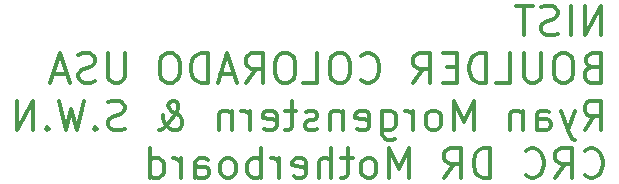
<source format=gbr>
%TF.GenerationSoftware,KiCad,Pcbnew,8.0.4*%
%TF.CreationDate,2025-04-25T16:11:04-06:00*%
%TF.ProjectId,motherboard_v1,6d6f7468-6572-4626-9f61-72645f76312e,rev?*%
%TF.SameCoordinates,Original*%
%TF.FileFunction,Legend,Bot*%
%TF.FilePolarity,Positive*%
%FSLAX46Y46*%
G04 Gerber Fmt 4.6, Leading zero omitted, Abs format (unit mm)*
G04 Created by KiCad (PCBNEW 8.0.4) date 2025-04-25 16:11:04*
%MOMM*%
%LPD*%
G01*
G04 APERTURE LIST*
G04 Aperture macros list*
%AMRoundRect*
0 Rectangle with rounded corners*
0 $1 Rounding radius*
0 $2 $3 $4 $5 $6 $7 $8 $9 X,Y pos of 4 corners*
0 Add a 4 corners polygon primitive as box body*
4,1,4,$2,$3,$4,$5,$6,$7,$8,$9,$2,$3,0*
0 Add four circle primitives for the rounded corners*
1,1,$1+$1,$2,$3*
1,1,$1+$1,$4,$5*
1,1,$1+$1,$6,$7*
1,1,$1+$1,$8,$9*
0 Add four rect primitives between the rounded corners*
20,1,$1+$1,$2,$3,$4,$5,0*
20,1,$1+$1,$4,$5,$6,$7,0*
20,1,$1+$1,$6,$7,$8,$9,0*
20,1,$1+$1,$8,$9,$2,$3,0*%
G04 Aperture macros list end*
%ADD10C,0.300000*%
%ADD11O,5.600000X6.600000*%
%ADD12C,2.000000*%
%ADD13C,1.700000*%
%ADD14C,1.000000*%
%ADD15RoundRect,0.250000X0.625000X-0.350000X0.625000X0.350000X-0.625000X0.350000X-0.625000X-0.350000X0*%
%ADD16O,1.750000X1.200000*%
%ADD17RoundRect,0.250000X-0.350000X-0.625000X0.350000X-0.625000X0.350000X0.625000X-0.350000X0.625000X0*%
%ADD18O,1.200000X1.750000*%
%ADD19C,1.350000*%
%ADD20R,1.800000X1.800000*%
%ADD21C,1.800000*%
%ADD22R,1.700000X1.700000*%
%ADD23O,1.700000X1.700000*%
%ADD24C,2.600000*%
%ADD25C,2.500000*%
%ADD26O,1.200000X3.800000*%
%ADD27O,1.200000X2.500000*%
%ADD28C,5.600000*%
%ADD29C,3.000000*%
%ADD30C,6.000000*%
G04 APERTURE END LIST*
D10*
X262207393Y-273603867D02*
X262207393Y-271103867D01*
X262207393Y-271103867D02*
X260778822Y-273603867D01*
X260778822Y-273603867D02*
X260778822Y-271103867D01*
X259588345Y-273603867D02*
X259588345Y-271103867D01*
X258516917Y-273484820D02*
X258159774Y-273603867D01*
X258159774Y-273603867D02*
X257564536Y-273603867D01*
X257564536Y-273603867D02*
X257326441Y-273484820D01*
X257326441Y-273484820D02*
X257207393Y-273365772D01*
X257207393Y-273365772D02*
X257088346Y-273127677D01*
X257088346Y-273127677D02*
X257088346Y-272889581D01*
X257088346Y-272889581D02*
X257207393Y-272651486D01*
X257207393Y-272651486D02*
X257326441Y-272532439D01*
X257326441Y-272532439D02*
X257564536Y-272413391D01*
X257564536Y-272413391D02*
X258040727Y-272294343D01*
X258040727Y-272294343D02*
X258278822Y-272175296D01*
X258278822Y-272175296D02*
X258397869Y-272056248D01*
X258397869Y-272056248D02*
X258516917Y-271818153D01*
X258516917Y-271818153D02*
X258516917Y-271580058D01*
X258516917Y-271580058D02*
X258397869Y-271341962D01*
X258397869Y-271341962D02*
X258278822Y-271222915D01*
X258278822Y-271222915D02*
X258040727Y-271103867D01*
X258040727Y-271103867D02*
X257445488Y-271103867D01*
X257445488Y-271103867D02*
X257088346Y-271222915D01*
X256374060Y-271103867D02*
X254945489Y-271103867D01*
X255659775Y-273603867D02*
X255659775Y-271103867D01*
X261374060Y-276319203D02*
X261016917Y-276438251D01*
X261016917Y-276438251D02*
X260897870Y-276557299D01*
X260897870Y-276557299D02*
X260778822Y-276795394D01*
X260778822Y-276795394D02*
X260778822Y-277152537D01*
X260778822Y-277152537D02*
X260897870Y-277390632D01*
X260897870Y-277390632D02*
X261016917Y-277509680D01*
X261016917Y-277509680D02*
X261255012Y-277628727D01*
X261255012Y-277628727D02*
X262207393Y-277628727D01*
X262207393Y-277628727D02*
X262207393Y-275128727D01*
X262207393Y-275128727D02*
X261374060Y-275128727D01*
X261374060Y-275128727D02*
X261135965Y-275247775D01*
X261135965Y-275247775D02*
X261016917Y-275366822D01*
X261016917Y-275366822D02*
X260897870Y-275604918D01*
X260897870Y-275604918D02*
X260897870Y-275843013D01*
X260897870Y-275843013D02*
X261016917Y-276081108D01*
X261016917Y-276081108D02*
X261135965Y-276200156D01*
X261135965Y-276200156D02*
X261374060Y-276319203D01*
X261374060Y-276319203D02*
X262207393Y-276319203D01*
X259231203Y-275128727D02*
X258755012Y-275128727D01*
X258755012Y-275128727D02*
X258516917Y-275247775D01*
X258516917Y-275247775D02*
X258278822Y-275485870D01*
X258278822Y-275485870D02*
X258159774Y-275962060D01*
X258159774Y-275962060D02*
X258159774Y-276795394D01*
X258159774Y-276795394D02*
X258278822Y-277271584D01*
X258278822Y-277271584D02*
X258516917Y-277509680D01*
X258516917Y-277509680D02*
X258755012Y-277628727D01*
X258755012Y-277628727D02*
X259231203Y-277628727D01*
X259231203Y-277628727D02*
X259469298Y-277509680D01*
X259469298Y-277509680D02*
X259707393Y-277271584D01*
X259707393Y-277271584D02*
X259826441Y-276795394D01*
X259826441Y-276795394D02*
X259826441Y-275962060D01*
X259826441Y-275962060D02*
X259707393Y-275485870D01*
X259707393Y-275485870D02*
X259469298Y-275247775D01*
X259469298Y-275247775D02*
X259231203Y-275128727D01*
X257088345Y-275128727D02*
X257088345Y-277152537D01*
X257088345Y-277152537D02*
X256969298Y-277390632D01*
X256969298Y-277390632D02*
X256850250Y-277509680D01*
X256850250Y-277509680D02*
X256612155Y-277628727D01*
X256612155Y-277628727D02*
X256135964Y-277628727D01*
X256135964Y-277628727D02*
X255897869Y-277509680D01*
X255897869Y-277509680D02*
X255778822Y-277390632D01*
X255778822Y-277390632D02*
X255659774Y-277152537D01*
X255659774Y-277152537D02*
X255659774Y-275128727D01*
X253278821Y-277628727D02*
X254469297Y-277628727D01*
X254469297Y-277628727D02*
X254469297Y-275128727D01*
X252445487Y-277628727D02*
X252445487Y-275128727D01*
X252445487Y-275128727D02*
X251850249Y-275128727D01*
X251850249Y-275128727D02*
X251493106Y-275247775D01*
X251493106Y-275247775D02*
X251255011Y-275485870D01*
X251255011Y-275485870D02*
X251135964Y-275723965D01*
X251135964Y-275723965D02*
X251016916Y-276200156D01*
X251016916Y-276200156D02*
X251016916Y-276557299D01*
X251016916Y-276557299D02*
X251135964Y-277033489D01*
X251135964Y-277033489D02*
X251255011Y-277271584D01*
X251255011Y-277271584D02*
X251493106Y-277509680D01*
X251493106Y-277509680D02*
X251850249Y-277628727D01*
X251850249Y-277628727D02*
X252445487Y-277628727D01*
X249945487Y-276319203D02*
X249112154Y-276319203D01*
X248755011Y-277628727D02*
X249945487Y-277628727D01*
X249945487Y-277628727D02*
X249945487Y-275128727D01*
X249945487Y-275128727D02*
X248755011Y-275128727D01*
X246255011Y-277628727D02*
X247088344Y-276438251D01*
X247683582Y-277628727D02*
X247683582Y-275128727D01*
X247683582Y-275128727D02*
X246731201Y-275128727D01*
X246731201Y-275128727D02*
X246493106Y-275247775D01*
X246493106Y-275247775D02*
X246374059Y-275366822D01*
X246374059Y-275366822D02*
X246255011Y-275604918D01*
X246255011Y-275604918D02*
X246255011Y-275962060D01*
X246255011Y-275962060D02*
X246374059Y-276200156D01*
X246374059Y-276200156D02*
X246493106Y-276319203D01*
X246493106Y-276319203D02*
X246731201Y-276438251D01*
X246731201Y-276438251D02*
X247683582Y-276438251D01*
X241850249Y-277390632D02*
X241969297Y-277509680D01*
X241969297Y-277509680D02*
X242326439Y-277628727D01*
X242326439Y-277628727D02*
X242564535Y-277628727D01*
X242564535Y-277628727D02*
X242921678Y-277509680D01*
X242921678Y-277509680D02*
X243159773Y-277271584D01*
X243159773Y-277271584D02*
X243278820Y-277033489D01*
X243278820Y-277033489D02*
X243397868Y-276557299D01*
X243397868Y-276557299D02*
X243397868Y-276200156D01*
X243397868Y-276200156D02*
X243278820Y-275723965D01*
X243278820Y-275723965D02*
X243159773Y-275485870D01*
X243159773Y-275485870D02*
X242921678Y-275247775D01*
X242921678Y-275247775D02*
X242564535Y-275128727D01*
X242564535Y-275128727D02*
X242326439Y-275128727D01*
X242326439Y-275128727D02*
X241969297Y-275247775D01*
X241969297Y-275247775D02*
X241850249Y-275366822D01*
X240302630Y-275128727D02*
X239826439Y-275128727D01*
X239826439Y-275128727D02*
X239588344Y-275247775D01*
X239588344Y-275247775D02*
X239350249Y-275485870D01*
X239350249Y-275485870D02*
X239231201Y-275962060D01*
X239231201Y-275962060D02*
X239231201Y-276795394D01*
X239231201Y-276795394D02*
X239350249Y-277271584D01*
X239350249Y-277271584D02*
X239588344Y-277509680D01*
X239588344Y-277509680D02*
X239826439Y-277628727D01*
X239826439Y-277628727D02*
X240302630Y-277628727D01*
X240302630Y-277628727D02*
X240540725Y-277509680D01*
X240540725Y-277509680D02*
X240778820Y-277271584D01*
X240778820Y-277271584D02*
X240897868Y-276795394D01*
X240897868Y-276795394D02*
X240897868Y-275962060D01*
X240897868Y-275962060D02*
X240778820Y-275485870D01*
X240778820Y-275485870D02*
X240540725Y-275247775D01*
X240540725Y-275247775D02*
X240302630Y-275128727D01*
X236969296Y-277628727D02*
X238159772Y-277628727D01*
X238159772Y-277628727D02*
X238159772Y-275128727D01*
X235659772Y-275128727D02*
X235183581Y-275128727D01*
X235183581Y-275128727D02*
X234945486Y-275247775D01*
X234945486Y-275247775D02*
X234707391Y-275485870D01*
X234707391Y-275485870D02*
X234588343Y-275962060D01*
X234588343Y-275962060D02*
X234588343Y-276795394D01*
X234588343Y-276795394D02*
X234707391Y-277271584D01*
X234707391Y-277271584D02*
X234945486Y-277509680D01*
X234945486Y-277509680D02*
X235183581Y-277628727D01*
X235183581Y-277628727D02*
X235659772Y-277628727D01*
X235659772Y-277628727D02*
X235897867Y-277509680D01*
X235897867Y-277509680D02*
X236135962Y-277271584D01*
X236135962Y-277271584D02*
X236255010Y-276795394D01*
X236255010Y-276795394D02*
X236255010Y-275962060D01*
X236255010Y-275962060D02*
X236135962Y-275485870D01*
X236135962Y-275485870D02*
X235897867Y-275247775D01*
X235897867Y-275247775D02*
X235659772Y-275128727D01*
X232088343Y-277628727D02*
X232921676Y-276438251D01*
X233516914Y-277628727D02*
X233516914Y-275128727D01*
X233516914Y-275128727D02*
X232564533Y-275128727D01*
X232564533Y-275128727D02*
X232326438Y-275247775D01*
X232326438Y-275247775D02*
X232207391Y-275366822D01*
X232207391Y-275366822D02*
X232088343Y-275604918D01*
X232088343Y-275604918D02*
X232088343Y-275962060D01*
X232088343Y-275962060D02*
X232207391Y-276200156D01*
X232207391Y-276200156D02*
X232326438Y-276319203D01*
X232326438Y-276319203D02*
X232564533Y-276438251D01*
X232564533Y-276438251D02*
X233516914Y-276438251D01*
X231135962Y-276914441D02*
X229945486Y-276914441D01*
X231374057Y-277628727D02*
X230540724Y-275128727D01*
X230540724Y-275128727D02*
X229707391Y-277628727D01*
X228874057Y-277628727D02*
X228874057Y-275128727D01*
X228874057Y-275128727D02*
X228278819Y-275128727D01*
X228278819Y-275128727D02*
X227921676Y-275247775D01*
X227921676Y-275247775D02*
X227683581Y-275485870D01*
X227683581Y-275485870D02*
X227564534Y-275723965D01*
X227564534Y-275723965D02*
X227445486Y-276200156D01*
X227445486Y-276200156D02*
X227445486Y-276557299D01*
X227445486Y-276557299D02*
X227564534Y-277033489D01*
X227564534Y-277033489D02*
X227683581Y-277271584D01*
X227683581Y-277271584D02*
X227921676Y-277509680D01*
X227921676Y-277509680D02*
X228278819Y-277628727D01*
X228278819Y-277628727D02*
X228874057Y-277628727D01*
X225897867Y-275128727D02*
X225421676Y-275128727D01*
X225421676Y-275128727D02*
X225183581Y-275247775D01*
X225183581Y-275247775D02*
X224945486Y-275485870D01*
X224945486Y-275485870D02*
X224826438Y-275962060D01*
X224826438Y-275962060D02*
X224826438Y-276795394D01*
X224826438Y-276795394D02*
X224945486Y-277271584D01*
X224945486Y-277271584D02*
X225183581Y-277509680D01*
X225183581Y-277509680D02*
X225421676Y-277628727D01*
X225421676Y-277628727D02*
X225897867Y-277628727D01*
X225897867Y-277628727D02*
X226135962Y-277509680D01*
X226135962Y-277509680D02*
X226374057Y-277271584D01*
X226374057Y-277271584D02*
X226493105Y-276795394D01*
X226493105Y-276795394D02*
X226493105Y-275962060D01*
X226493105Y-275962060D02*
X226374057Y-275485870D01*
X226374057Y-275485870D02*
X226135962Y-275247775D01*
X226135962Y-275247775D02*
X225897867Y-275128727D01*
X221850247Y-275128727D02*
X221850247Y-277152537D01*
X221850247Y-277152537D02*
X221731200Y-277390632D01*
X221731200Y-277390632D02*
X221612152Y-277509680D01*
X221612152Y-277509680D02*
X221374057Y-277628727D01*
X221374057Y-277628727D02*
X220897866Y-277628727D01*
X220897866Y-277628727D02*
X220659771Y-277509680D01*
X220659771Y-277509680D02*
X220540724Y-277390632D01*
X220540724Y-277390632D02*
X220421676Y-277152537D01*
X220421676Y-277152537D02*
X220421676Y-275128727D01*
X219350247Y-277509680D02*
X218993104Y-277628727D01*
X218993104Y-277628727D02*
X218397866Y-277628727D01*
X218397866Y-277628727D02*
X218159771Y-277509680D01*
X218159771Y-277509680D02*
X218040723Y-277390632D01*
X218040723Y-277390632D02*
X217921676Y-277152537D01*
X217921676Y-277152537D02*
X217921676Y-276914441D01*
X217921676Y-276914441D02*
X218040723Y-276676346D01*
X218040723Y-276676346D02*
X218159771Y-276557299D01*
X218159771Y-276557299D02*
X218397866Y-276438251D01*
X218397866Y-276438251D02*
X218874057Y-276319203D01*
X218874057Y-276319203D02*
X219112152Y-276200156D01*
X219112152Y-276200156D02*
X219231199Y-276081108D01*
X219231199Y-276081108D02*
X219350247Y-275843013D01*
X219350247Y-275843013D02*
X219350247Y-275604918D01*
X219350247Y-275604918D02*
X219231199Y-275366822D01*
X219231199Y-275366822D02*
X219112152Y-275247775D01*
X219112152Y-275247775D02*
X218874057Y-275128727D01*
X218874057Y-275128727D02*
X218278818Y-275128727D01*
X218278818Y-275128727D02*
X217921676Y-275247775D01*
X216969295Y-276914441D02*
X215778819Y-276914441D01*
X217207390Y-277628727D02*
X216374057Y-275128727D01*
X216374057Y-275128727D02*
X215540724Y-277628727D01*
X260778822Y-281653587D02*
X261612155Y-280463111D01*
X262207393Y-281653587D02*
X262207393Y-279153587D01*
X262207393Y-279153587D02*
X261255012Y-279153587D01*
X261255012Y-279153587D02*
X261016917Y-279272635D01*
X261016917Y-279272635D02*
X260897870Y-279391682D01*
X260897870Y-279391682D02*
X260778822Y-279629778D01*
X260778822Y-279629778D02*
X260778822Y-279986920D01*
X260778822Y-279986920D02*
X260897870Y-280225016D01*
X260897870Y-280225016D02*
X261016917Y-280344063D01*
X261016917Y-280344063D02*
X261255012Y-280463111D01*
X261255012Y-280463111D02*
X262207393Y-280463111D01*
X259945489Y-279986920D02*
X259350251Y-281653587D01*
X258755012Y-279986920D02*
X259350251Y-281653587D01*
X259350251Y-281653587D02*
X259588346Y-282248825D01*
X259588346Y-282248825D02*
X259707393Y-282367873D01*
X259707393Y-282367873D02*
X259945489Y-282486920D01*
X256731203Y-281653587D02*
X256731203Y-280344063D01*
X256731203Y-280344063D02*
X256850250Y-280105968D01*
X256850250Y-280105968D02*
X257088346Y-279986920D01*
X257088346Y-279986920D02*
X257564536Y-279986920D01*
X257564536Y-279986920D02*
X257802631Y-280105968D01*
X256731203Y-281534540D02*
X256969298Y-281653587D01*
X256969298Y-281653587D02*
X257564536Y-281653587D01*
X257564536Y-281653587D02*
X257802631Y-281534540D01*
X257802631Y-281534540D02*
X257921679Y-281296444D01*
X257921679Y-281296444D02*
X257921679Y-281058349D01*
X257921679Y-281058349D02*
X257802631Y-280820254D01*
X257802631Y-280820254D02*
X257564536Y-280701206D01*
X257564536Y-280701206D02*
X256969298Y-280701206D01*
X256969298Y-280701206D02*
X256731203Y-280582159D01*
X255540726Y-279986920D02*
X255540726Y-281653587D01*
X255540726Y-280225016D02*
X255421679Y-280105968D01*
X255421679Y-280105968D02*
X255183584Y-279986920D01*
X255183584Y-279986920D02*
X254826441Y-279986920D01*
X254826441Y-279986920D02*
X254588345Y-280105968D01*
X254588345Y-280105968D02*
X254469298Y-280344063D01*
X254469298Y-280344063D02*
X254469298Y-281653587D01*
X251374059Y-281653587D02*
X251374059Y-279153587D01*
X251374059Y-279153587D02*
X250540726Y-280939301D01*
X250540726Y-280939301D02*
X249707393Y-279153587D01*
X249707393Y-279153587D02*
X249707393Y-281653587D01*
X248159774Y-281653587D02*
X248397869Y-281534540D01*
X248397869Y-281534540D02*
X248516916Y-281415492D01*
X248516916Y-281415492D02*
X248635964Y-281177397D01*
X248635964Y-281177397D02*
X248635964Y-280463111D01*
X248635964Y-280463111D02*
X248516916Y-280225016D01*
X248516916Y-280225016D02*
X248397869Y-280105968D01*
X248397869Y-280105968D02*
X248159774Y-279986920D01*
X248159774Y-279986920D02*
X247802631Y-279986920D01*
X247802631Y-279986920D02*
X247564535Y-280105968D01*
X247564535Y-280105968D02*
X247445488Y-280225016D01*
X247445488Y-280225016D02*
X247326440Y-280463111D01*
X247326440Y-280463111D02*
X247326440Y-281177397D01*
X247326440Y-281177397D02*
X247445488Y-281415492D01*
X247445488Y-281415492D02*
X247564535Y-281534540D01*
X247564535Y-281534540D02*
X247802631Y-281653587D01*
X247802631Y-281653587D02*
X248159774Y-281653587D01*
X246255011Y-281653587D02*
X246255011Y-279986920D01*
X246255011Y-280463111D02*
X246135964Y-280225016D01*
X246135964Y-280225016D02*
X246016916Y-280105968D01*
X246016916Y-280105968D02*
X245778821Y-279986920D01*
X245778821Y-279986920D02*
X245540726Y-279986920D01*
X243635964Y-279986920D02*
X243635964Y-282010730D01*
X243635964Y-282010730D02*
X243755011Y-282248825D01*
X243755011Y-282248825D02*
X243874059Y-282367873D01*
X243874059Y-282367873D02*
X244112154Y-282486920D01*
X244112154Y-282486920D02*
X244469297Y-282486920D01*
X244469297Y-282486920D02*
X244707392Y-282367873D01*
X243635964Y-281534540D02*
X243874059Y-281653587D01*
X243874059Y-281653587D02*
X244350250Y-281653587D01*
X244350250Y-281653587D02*
X244588345Y-281534540D01*
X244588345Y-281534540D02*
X244707392Y-281415492D01*
X244707392Y-281415492D02*
X244826440Y-281177397D01*
X244826440Y-281177397D02*
X244826440Y-280463111D01*
X244826440Y-280463111D02*
X244707392Y-280225016D01*
X244707392Y-280225016D02*
X244588345Y-280105968D01*
X244588345Y-280105968D02*
X244350250Y-279986920D01*
X244350250Y-279986920D02*
X243874059Y-279986920D01*
X243874059Y-279986920D02*
X243635964Y-280105968D01*
X241493106Y-281534540D02*
X241731202Y-281653587D01*
X241731202Y-281653587D02*
X242207392Y-281653587D01*
X242207392Y-281653587D02*
X242445487Y-281534540D01*
X242445487Y-281534540D02*
X242564535Y-281296444D01*
X242564535Y-281296444D02*
X242564535Y-280344063D01*
X242564535Y-280344063D02*
X242445487Y-280105968D01*
X242445487Y-280105968D02*
X242207392Y-279986920D01*
X242207392Y-279986920D02*
X241731202Y-279986920D01*
X241731202Y-279986920D02*
X241493106Y-280105968D01*
X241493106Y-280105968D02*
X241374059Y-280344063D01*
X241374059Y-280344063D02*
X241374059Y-280582159D01*
X241374059Y-280582159D02*
X242564535Y-280820254D01*
X240302630Y-279986920D02*
X240302630Y-281653587D01*
X240302630Y-280225016D02*
X240183583Y-280105968D01*
X240183583Y-280105968D02*
X239945488Y-279986920D01*
X239945488Y-279986920D02*
X239588345Y-279986920D01*
X239588345Y-279986920D02*
X239350249Y-280105968D01*
X239350249Y-280105968D02*
X239231202Y-280344063D01*
X239231202Y-280344063D02*
X239231202Y-281653587D01*
X238159773Y-281534540D02*
X237921678Y-281653587D01*
X237921678Y-281653587D02*
X237445487Y-281653587D01*
X237445487Y-281653587D02*
X237207392Y-281534540D01*
X237207392Y-281534540D02*
X237088344Y-281296444D01*
X237088344Y-281296444D02*
X237088344Y-281177397D01*
X237088344Y-281177397D02*
X237207392Y-280939301D01*
X237207392Y-280939301D02*
X237445487Y-280820254D01*
X237445487Y-280820254D02*
X237802630Y-280820254D01*
X237802630Y-280820254D02*
X238040725Y-280701206D01*
X238040725Y-280701206D02*
X238159773Y-280463111D01*
X238159773Y-280463111D02*
X238159773Y-280344063D01*
X238159773Y-280344063D02*
X238040725Y-280105968D01*
X238040725Y-280105968D02*
X237802630Y-279986920D01*
X237802630Y-279986920D02*
X237445487Y-279986920D01*
X237445487Y-279986920D02*
X237207392Y-280105968D01*
X236374058Y-279986920D02*
X235421677Y-279986920D01*
X236016915Y-279153587D02*
X236016915Y-281296444D01*
X236016915Y-281296444D02*
X235897868Y-281534540D01*
X235897868Y-281534540D02*
X235659773Y-281653587D01*
X235659773Y-281653587D02*
X235421677Y-281653587D01*
X233635963Y-281534540D02*
X233874059Y-281653587D01*
X233874059Y-281653587D02*
X234350249Y-281653587D01*
X234350249Y-281653587D02*
X234588344Y-281534540D01*
X234588344Y-281534540D02*
X234707392Y-281296444D01*
X234707392Y-281296444D02*
X234707392Y-280344063D01*
X234707392Y-280344063D02*
X234588344Y-280105968D01*
X234588344Y-280105968D02*
X234350249Y-279986920D01*
X234350249Y-279986920D02*
X233874059Y-279986920D01*
X233874059Y-279986920D02*
X233635963Y-280105968D01*
X233635963Y-280105968D02*
X233516916Y-280344063D01*
X233516916Y-280344063D02*
X233516916Y-280582159D01*
X233516916Y-280582159D02*
X234707392Y-280820254D01*
X232445487Y-281653587D02*
X232445487Y-279986920D01*
X232445487Y-280463111D02*
X232326440Y-280225016D01*
X232326440Y-280225016D02*
X232207392Y-280105968D01*
X232207392Y-280105968D02*
X231969297Y-279986920D01*
X231969297Y-279986920D02*
X231731202Y-279986920D01*
X230897868Y-279986920D02*
X230897868Y-281653587D01*
X230897868Y-280225016D02*
X230778821Y-280105968D01*
X230778821Y-280105968D02*
X230540726Y-279986920D01*
X230540726Y-279986920D02*
X230183583Y-279986920D01*
X230183583Y-279986920D02*
X229945487Y-280105968D01*
X229945487Y-280105968D02*
X229826440Y-280344063D01*
X229826440Y-280344063D02*
X229826440Y-281653587D01*
X224707392Y-281653587D02*
X224826440Y-281653587D01*
X224826440Y-281653587D02*
X225064535Y-281534540D01*
X225064535Y-281534540D02*
X225421678Y-281177397D01*
X225421678Y-281177397D02*
X226016916Y-280463111D01*
X226016916Y-280463111D02*
X226255011Y-280105968D01*
X226255011Y-280105968D02*
X226374059Y-279748825D01*
X226374059Y-279748825D02*
X226374059Y-279510730D01*
X226374059Y-279510730D02*
X226255011Y-279272635D01*
X226255011Y-279272635D02*
X226016916Y-279153587D01*
X226016916Y-279153587D02*
X225897868Y-279153587D01*
X225897868Y-279153587D02*
X225659773Y-279272635D01*
X225659773Y-279272635D02*
X225540725Y-279510730D01*
X225540725Y-279510730D02*
X225540725Y-279629778D01*
X225540725Y-279629778D02*
X225659773Y-279867873D01*
X225659773Y-279867873D02*
X225778820Y-279986920D01*
X225778820Y-279986920D02*
X226493106Y-280463111D01*
X226493106Y-280463111D02*
X226612154Y-280582159D01*
X226612154Y-280582159D02*
X226731201Y-280820254D01*
X226731201Y-280820254D02*
X226731201Y-281177397D01*
X226731201Y-281177397D02*
X226612154Y-281415492D01*
X226612154Y-281415492D02*
X226493106Y-281534540D01*
X226493106Y-281534540D02*
X226255011Y-281653587D01*
X226255011Y-281653587D02*
X225897868Y-281653587D01*
X225897868Y-281653587D02*
X225659773Y-281534540D01*
X225659773Y-281534540D02*
X225540725Y-281415492D01*
X225540725Y-281415492D02*
X225183582Y-280939301D01*
X225183582Y-280939301D02*
X225064535Y-280582159D01*
X225064535Y-280582159D02*
X225064535Y-280344063D01*
X221850249Y-281534540D02*
X221493106Y-281653587D01*
X221493106Y-281653587D02*
X220897868Y-281653587D01*
X220897868Y-281653587D02*
X220659773Y-281534540D01*
X220659773Y-281534540D02*
X220540725Y-281415492D01*
X220540725Y-281415492D02*
X220421678Y-281177397D01*
X220421678Y-281177397D02*
X220421678Y-280939301D01*
X220421678Y-280939301D02*
X220540725Y-280701206D01*
X220540725Y-280701206D02*
X220659773Y-280582159D01*
X220659773Y-280582159D02*
X220897868Y-280463111D01*
X220897868Y-280463111D02*
X221374059Y-280344063D01*
X221374059Y-280344063D02*
X221612154Y-280225016D01*
X221612154Y-280225016D02*
X221731201Y-280105968D01*
X221731201Y-280105968D02*
X221850249Y-279867873D01*
X221850249Y-279867873D02*
X221850249Y-279629778D01*
X221850249Y-279629778D02*
X221731201Y-279391682D01*
X221731201Y-279391682D02*
X221612154Y-279272635D01*
X221612154Y-279272635D02*
X221374059Y-279153587D01*
X221374059Y-279153587D02*
X220778820Y-279153587D01*
X220778820Y-279153587D02*
X220421678Y-279272635D01*
X219350249Y-281415492D02*
X219231202Y-281534540D01*
X219231202Y-281534540D02*
X219350249Y-281653587D01*
X219350249Y-281653587D02*
X219469297Y-281534540D01*
X219469297Y-281534540D02*
X219350249Y-281415492D01*
X219350249Y-281415492D02*
X219350249Y-281653587D01*
X218397869Y-279153587D02*
X217802631Y-281653587D01*
X217802631Y-281653587D02*
X217326440Y-279867873D01*
X217326440Y-279867873D02*
X216850250Y-281653587D01*
X216850250Y-281653587D02*
X216255012Y-279153587D01*
X215302630Y-281415492D02*
X215183583Y-281534540D01*
X215183583Y-281534540D02*
X215302630Y-281653587D01*
X215302630Y-281653587D02*
X215421678Y-281534540D01*
X215421678Y-281534540D02*
X215302630Y-281415492D01*
X215302630Y-281415492D02*
X215302630Y-281653587D01*
X214112154Y-281653587D02*
X214112154Y-279153587D01*
X214112154Y-279153587D02*
X212683583Y-281653587D01*
X212683583Y-281653587D02*
X212683583Y-279153587D01*
X260778822Y-285440352D02*
X260897870Y-285559400D01*
X260897870Y-285559400D02*
X261255012Y-285678447D01*
X261255012Y-285678447D02*
X261493108Y-285678447D01*
X261493108Y-285678447D02*
X261850251Y-285559400D01*
X261850251Y-285559400D02*
X262088346Y-285321304D01*
X262088346Y-285321304D02*
X262207393Y-285083209D01*
X262207393Y-285083209D02*
X262326441Y-284607019D01*
X262326441Y-284607019D02*
X262326441Y-284249876D01*
X262326441Y-284249876D02*
X262207393Y-283773685D01*
X262207393Y-283773685D02*
X262088346Y-283535590D01*
X262088346Y-283535590D02*
X261850251Y-283297495D01*
X261850251Y-283297495D02*
X261493108Y-283178447D01*
X261493108Y-283178447D02*
X261255012Y-283178447D01*
X261255012Y-283178447D02*
X260897870Y-283297495D01*
X260897870Y-283297495D02*
X260778822Y-283416542D01*
X258278822Y-285678447D02*
X259112155Y-284487971D01*
X259707393Y-285678447D02*
X259707393Y-283178447D01*
X259707393Y-283178447D02*
X258755012Y-283178447D01*
X258755012Y-283178447D02*
X258516917Y-283297495D01*
X258516917Y-283297495D02*
X258397870Y-283416542D01*
X258397870Y-283416542D02*
X258278822Y-283654638D01*
X258278822Y-283654638D02*
X258278822Y-284011780D01*
X258278822Y-284011780D02*
X258397870Y-284249876D01*
X258397870Y-284249876D02*
X258516917Y-284368923D01*
X258516917Y-284368923D02*
X258755012Y-284487971D01*
X258755012Y-284487971D02*
X259707393Y-284487971D01*
X255778822Y-285440352D02*
X255897870Y-285559400D01*
X255897870Y-285559400D02*
X256255012Y-285678447D01*
X256255012Y-285678447D02*
X256493108Y-285678447D01*
X256493108Y-285678447D02*
X256850251Y-285559400D01*
X256850251Y-285559400D02*
X257088346Y-285321304D01*
X257088346Y-285321304D02*
X257207393Y-285083209D01*
X257207393Y-285083209D02*
X257326441Y-284607019D01*
X257326441Y-284607019D02*
X257326441Y-284249876D01*
X257326441Y-284249876D02*
X257207393Y-283773685D01*
X257207393Y-283773685D02*
X257088346Y-283535590D01*
X257088346Y-283535590D02*
X256850251Y-283297495D01*
X256850251Y-283297495D02*
X256493108Y-283178447D01*
X256493108Y-283178447D02*
X256255012Y-283178447D01*
X256255012Y-283178447D02*
X255897870Y-283297495D01*
X255897870Y-283297495D02*
X255778822Y-283416542D01*
X252802631Y-285678447D02*
X252802631Y-283178447D01*
X252802631Y-283178447D02*
X252207393Y-283178447D01*
X252207393Y-283178447D02*
X251850250Y-283297495D01*
X251850250Y-283297495D02*
X251612155Y-283535590D01*
X251612155Y-283535590D02*
X251493108Y-283773685D01*
X251493108Y-283773685D02*
X251374060Y-284249876D01*
X251374060Y-284249876D02*
X251374060Y-284607019D01*
X251374060Y-284607019D02*
X251493108Y-285083209D01*
X251493108Y-285083209D02*
X251612155Y-285321304D01*
X251612155Y-285321304D02*
X251850250Y-285559400D01*
X251850250Y-285559400D02*
X252207393Y-285678447D01*
X252207393Y-285678447D02*
X252802631Y-285678447D01*
X248874060Y-285678447D02*
X249707393Y-284487971D01*
X250302631Y-285678447D02*
X250302631Y-283178447D01*
X250302631Y-283178447D02*
X249350250Y-283178447D01*
X249350250Y-283178447D02*
X249112155Y-283297495D01*
X249112155Y-283297495D02*
X248993108Y-283416542D01*
X248993108Y-283416542D02*
X248874060Y-283654638D01*
X248874060Y-283654638D02*
X248874060Y-284011780D01*
X248874060Y-284011780D02*
X248993108Y-284249876D01*
X248993108Y-284249876D02*
X249112155Y-284368923D01*
X249112155Y-284368923D02*
X249350250Y-284487971D01*
X249350250Y-284487971D02*
X250302631Y-284487971D01*
X245897869Y-285678447D02*
X245897869Y-283178447D01*
X245897869Y-283178447D02*
X245064536Y-284964161D01*
X245064536Y-284964161D02*
X244231203Y-283178447D01*
X244231203Y-283178447D02*
X244231203Y-285678447D01*
X242683584Y-285678447D02*
X242921679Y-285559400D01*
X242921679Y-285559400D02*
X243040726Y-285440352D01*
X243040726Y-285440352D02*
X243159774Y-285202257D01*
X243159774Y-285202257D02*
X243159774Y-284487971D01*
X243159774Y-284487971D02*
X243040726Y-284249876D01*
X243040726Y-284249876D02*
X242921679Y-284130828D01*
X242921679Y-284130828D02*
X242683584Y-284011780D01*
X242683584Y-284011780D02*
X242326441Y-284011780D01*
X242326441Y-284011780D02*
X242088345Y-284130828D01*
X242088345Y-284130828D02*
X241969298Y-284249876D01*
X241969298Y-284249876D02*
X241850250Y-284487971D01*
X241850250Y-284487971D02*
X241850250Y-285202257D01*
X241850250Y-285202257D02*
X241969298Y-285440352D01*
X241969298Y-285440352D02*
X242088345Y-285559400D01*
X242088345Y-285559400D02*
X242326441Y-285678447D01*
X242326441Y-285678447D02*
X242683584Y-285678447D01*
X241135964Y-284011780D02*
X240183583Y-284011780D01*
X240778821Y-283178447D02*
X240778821Y-285321304D01*
X240778821Y-285321304D02*
X240659774Y-285559400D01*
X240659774Y-285559400D02*
X240421679Y-285678447D01*
X240421679Y-285678447D02*
X240183583Y-285678447D01*
X239350250Y-285678447D02*
X239350250Y-283178447D01*
X238278822Y-285678447D02*
X238278822Y-284368923D01*
X238278822Y-284368923D02*
X238397869Y-284130828D01*
X238397869Y-284130828D02*
X238635965Y-284011780D01*
X238635965Y-284011780D02*
X238993108Y-284011780D01*
X238993108Y-284011780D02*
X239231203Y-284130828D01*
X239231203Y-284130828D02*
X239350250Y-284249876D01*
X236135964Y-285559400D02*
X236374060Y-285678447D01*
X236374060Y-285678447D02*
X236850250Y-285678447D01*
X236850250Y-285678447D02*
X237088345Y-285559400D01*
X237088345Y-285559400D02*
X237207393Y-285321304D01*
X237207393Y-285321304D02*
X237207393Y-284368923D01*
X237207393Y-284368923D02*
X237088345Y-284130828D01*
X237088345Y-284130828D02*
X236850250Y-284011780D01*
X236850250Y-284011780D02*
X236374060Y-284011780D01*
X236374060Y-284011780D02*
X236135964Y-284130828D01*
X236135964Y-284130828D02*
X236016917Y-284368923D01*
X236016917Y-284368923D02*
X236016917Y-284607019D01*
X236016917Y-284607019D02*
X237207393Y-284845114D01*
X234945488Y-285678447D02*
X234945488Y-284011780D01*
X234945488Y-284487971D02*
X234826441Y-284249876D01*
X234826441Y-284249876D02*
X234707393Y-284130828D01*
X234707393Y-284130828D02*
X234469298Y-284011780D01*
X234469298Y-284011780D02*
X234231203Y-284011780D01*
X233397869Y-285678447D02*
X233397869Y-283178447D01*
X233397869Y-284130828D02*
X233159774Y-284011780D01*
X233159774Y-284011780D02*
X232683584Y-284011780D01*
X232683584Y-284011780D02*
X232445488Y-284130828D01*
X232445488Y-284130828D02*
X232326441Y-284249876D01*
X232326441Y-284249876D02*
X232207393Y-284487971D01*
X232207393Y-284487971D02*
X232207393Y-285202257D01*
X232207393Y-285202257D02*
X232326441Y-285440352D01*
X232326441Y-285440352D02*
X232445488Y-285559400D01*
X232445488Y-285559400D02*
X232683584Y-285678447D01*
X232683584Y-285678447D02*
X233159774Y-285678447D01*
X233159774Y-285678447D02*
X233397869Y-285559400D01*
X230778822Y-285678447D02*
X231016917Y-285559400D01*
X231016917Y-285559400D02*
X231135964Y-285440352D01*
X231135964Y-285440352D02*
X231255012Y-285202257D01*
X231255012Y-285202257D02*
X231255012Y-284487971D01*
X231255012Y-284487971D02*
X231135964Y-284249876D01*
X231135964Y-284249876D02*
X231016917Y-284130828D01*
X231016917Y-284130828D02*
X230778822Y-284011780D01*
X230778822Y-284011780D02*
X230421679Y-284011780D01*
X230421679Y-284011780D02*
X230183583Y-284130828D01*
X230183583Y-284130828D02*
X230064536Y-284249876D01*
X230064536Y-284249876D02*
X229945488Y-284487971D01*
X229945488Y-284487971D02*
X229945488Y-285202257D01*
X229945488Y-285202257D02*
X230064536Y-285440352D01*
X230064536Y-285440352D02*
X230183583Y-285559400D01*
X230183583Y-285559400D02*
X230421679Y-285678447D01*
X230421679Y-285678447D02*
X230778822Y-285678447D01*
X227802631Y-285678447D02*
X227802631Y-284368923D01*
X227802631Y-284368923D02*
X227921678Y-284130828D01*
X227921678Y-284130828D02*
X228159774Y-284011780D01*
X228159774Y-284011780D02*
X228635964Y-284011780D01*
X228635964Y-284011780D02*
X228874059Y-284130828D01*
X227802631Y-285559400D02*
X228040726Y-285678447D01*
X228040726Y-285678447D02*
X228635964Y-285678447D01*
X228635964Y-285678447D02*
X228874059Y-285559400D01*
X228874059Y-285559400D02*
X228993107Y-285321304D01*
X228993107Y-285321304D02*
X228993107Y-285083209D01*
X228993107Y-285083209D02*
X228874059Y-284845114D01*
X228874059Y-284845114D02*
X228635964Y-284726066D01*
X228635964Y-284726066D02*
X228040726Y-284726066D01*
X228040726Y-284726066D02*
X227802631Y-284607019D01*
X226612154Y-285678447D02*
X226612154Y-284011780D01*
X226612154Y-284487971D02*
X226493107Y-284249876D01*
X226493107Y-284249876D02*
X226374059Y-284130828D01*
X226374059Y-284130828D02*
X226135964Y-284011780D01*
X226135964Y-284011780D02*
X225897869Y-284011780D01*
X223993107Y-285678447D02*
X223993107Y-283178447D01*
X223993107Y-285559400D02*
X224231202Y-285678447D01*
X224231202Y-285678447D02*
X224707393Y-285678447D01*
X224707393Y-285678447D02*
X224945488Y-285559400D01*
X224945488Y-285559400D02*
X225064535Y-285440352D01*
X225064535Y-285440352D02*
X225183583Y-285202257D01*
X225183583Y-285202257D02*
X225183583Y-284487971D01*
X225183583Y-284487971D02*
X225064535Y-284249876D01*
X225064535Y-284249876D02*
X224945488Y-284130828D01*
X224945488Y-284130828D02*
X224707393Y-284011780D01*
X224707393Y-284011780D02*
X224231202Y-284011780D01*
X224231202Y-284011780D02*
X223993107Y-284130828D01*
%LPC*%
D11*
%TO.C,H7*%
X265050000Y-288150000D03*
%TD*%
D12*
%TO.C,U2*%
X373960000Y-22990000D03*
X379040000Y-22990000D03*
X389200000Y-22990000D03*
X391740000Y-68710000D03*
X381580000Y-68710000D03*
X371420000Y-68710000D03*
%TD*%
D13*
%TO.C,J7*%
X245500000Y-3900000D03*
D14*
X240750000Y-10400000D03*
X241500000Y-8900000D03*
X242250000Y-10400000D03*
X242250000Y-7400000D03*
X243000000Y-8900000D03*
X243750000Y-7400000D03*
X243750000Y-10400000D03*
X244500000Y-8900000D03*
X245250000Y-10400000D03*
X245250000Y-7400000D03*
X246000000Y-8900000D03*
X246750000Y-7400000D03*
X246750000Y-10400000D03*
X247500000Y-8900000D03*
X248250000Y-10400000D03*
X248250000Y-7400000D03*
X249000000Y-8900000D03*
X249750000Y-7400000D03*
X249750000Y-10400000D03*
D12*
X253350000Y-2100000D03*
X237650000Y-2100000D03*
%TD*%
D15*
%TO.C,UartMux1*%
X219000000Y-235150000D03*
D16*
X219000000Y-233150000D03*
%TD*%
D17*
%TO.C,J45*%
X296000000Y-92000000D03*
D18*
X298000000Y-92000000D03*
%TD*%
D13*
%TO.C,J3*%
X93100000Y-3900000D03*
D14*
X88350000Y-10400000D03*
X89100000Y-8900000D03*
X89850000Y-10400000D03*
X89850000Y-7400000D03*
X90600000Y-8900000D03*
X91350000Y-7400000D03*
X91350000Y-10400000D03*
X92100000Y-8900000D03*
X92850000Y-10400000D03*
X92850000Y-7400000D03*
X93600000Y-8900000D03*
X94350000Y-7400000D03*
X94350000Y-10400000D03*
X95100000Y-8900000D03*
X95850000Y-10400000D03*
X95850000Y-7400000D03*
X96600000Y-8900000D03*
X97350000Y-7400000D03*
X97350000Y-10400000D03*
D12*
X100950000Y-2100000D03*
X85250000Y-2100000D03*
%TD*%
D19*
%TO.C,J10*%
X348000000Y-172561726D03*
X357000000Y-172561726D03*
D20*
X354000000Y-170601726D03*
D21*
X351000000Y-170601726D03*
%TD*%
D22*
%TO.C,q10*%
X43310000Y-226900000D03*
D23*
X43310000Y-224360000D03*
X43310000Y-221820000D03*
X43310000Y-219280000D03*
X43310000Y-216740000D03*
X43310000Y-214200000D03*
X43310000Y-211660000D03*
%TD*%
D17*
%TO.C,J18*%
X113475000Y-288175000D03*
D18*
X115475000Y-288175000D03*
%TD*%
D24*
%TO.C,J51*%
X311000000Y-38150000D03*
%TD*%
D17*
%TO.C,J35*%
X350000000Y-196000000D03*
D18*
X352000000Y-196000000D03*
%TD*%
D11*
%TO.C,H12*%
X273050000Y-50150000D03*
%TD*%
D22*
%TO.C,J57*%
X53625000Y-251947000D03*
D23*
X53625000Y-254487000D03*
X53625000Y-257027000D03*
%TD*%
D17*
%TO.C,HPHpower1*%
X329490000Y-163946726D03*
D18*
X331490000Y-163946726D03*
%TD*%
D13*
%TO.C,J1*%
X16900000Y-3900000D03*
D14*
X12150000Y-10400000D03*
X12900000Y-8900000D03*
X13650000Y-10400000D03*
X13650000Y-7400000D03*
X14400000Y-8900000D03*
X15150000Y-7400000D03*
X15150000Y-10400000D03*
X15900000Y-8900000D03*
X16650000Y-10400000D03*
X16650000Y-7400000D03*
X17400000Y-8900000D03*
X18150000Y-7400000D03*
X18150000Y-10400000D03*
X18900000Y-8900000D03*
X19650000Y-10400000D03*
X19650000Y-7400000D03*
X20400000Y-8900000D03*
X21150000Y-7400000D03*
X21150000Y-10400000D03*
D12*
X24750000Y-2100000D03*
X9050000Y-2100000D03*
%TD*%
D24*
%TO.C,J16*%
X339860000Y-37170000D03*
%TD*%
D17*
%TO.C,WU_D_GND1*%
X396625000Y-171075000D03*
D18*
X398625000Y-171075000D03*
%TD*%
D17*
%TO.C,J41*%
X320000000Y-83000000D03*
D18*
X322000000Y-83000000D03*
%TD*%
D22*
%TO.C,q9*%
X28070000Y-226900000D03*
D23*
X28070000Y-224360000D03*
X28070000Y-221820000D03*
X28070000Y-219280000D03*
X28070000Y-216740000D03*
X28070000Y-214200000D03*
X28070000Y-211660000D03*
%TD*%
D21*
%TO.C,RV1*%
X379490000Y-4353000D03*
X386990000Y-4353000D03*
%TD*%
D22*
%TO.C,J52*%
X343539000Y-52165000D03*
D23*
X343539000Y-49625000D03*
X343539000Y-47085000D03*
%TD*%
D11*
%TO.C,H8*%
X55050000Y-243150000D03*
%TD*%
D25*
%TO.C,DC1*%
X351730000Y-2960000D03*
D26*
X357860000Y-2000000D03*
D27*
X356930000Y-9210000D03*
X351730000Y-9210000D03*
D12*
X351730000Y-12460000D03*
D26*
X348000000Y-2000000D03*
%TD*%
D11*
%TO.C,H2*%
X350050000Y-50150000D03*
%TD*%
D28*
%TO.C,H15*%
X298300000Y-229741726D03*
X298300000Y-273741726D03*
X393300000Y-229741726D03*
X393300000Y-273741726D03*
%TD*%
D13*
%TO.C,J6*%
X207400000Y-3900000D03*
D14*
X202650000Y-10400000D03*
X203400000Y-8900000D03*
X204150000Y-10400000D03*
X204150000Y-7400000D03*
X204900000Y-8900000D03*
X205650000Y-7400000D03*
X205650000Y-10400000D03*
X206400000Y-8900000D03*
X207150000Y-10400000D03*
X207150000Y-7400000D03*
X207900000Y-8900000D03*
X208650000Y-7400000D03*
X208650000Y-10400000D03*
X209400000Y-8900000D03*
X210150000Y-10400000D03*
X210150000Y-7400000D03*
X210900000Y-8900000D03*
X211650000Y-7400000D03*
X211650000Y-10400000D03*
D12*
X215250000Y-2100000D03*
X199550000Y-2100000D03*
%TD*%
D28*
%TO.C,L1*%
X15000000Y-192150000D03*
X77000000Y-192150000D03*
X15000000Y-75150000D03*
X77000000Y-75150000D03*
%TD*%
D22*
%TO.C,J55*%
X79000000Y-37920000D03*
D23*
X79000000Y-40460000D03*
X79000000Y-43000000D03*
%TD*%
D17*
%TO.C,C1-HP1-1*%
X271000000Y-100641726D03*
D18*
X273000000Y-100641726D03*
%TD*%
D22*
%TO.C,J54*%
X275721000Y-281795000D03*
D23*
X273181000Y-281795000D03*
X270641000Y-281795000D03*
%TD*%
D19*
%TO.C,J11*%
X362000000Y-172601726D03*
X371000000Y-172601726D03*
D20*
X368000000Y-170641726D03*
D21*
X365000000Y-170641726D03*
%TD*%
D13*
%TO.C,J4*%
X131200000Y-3900000D03*
D14*
X126450000Y-10400000D03*
X127200000Y-8900000D03*
X127950000Y-10400000D03*
X127950000Y-7400000D03*
X128700000Y-8900000D03*
X129450000Y-7400000D03*
X129450000Y-10400000D03*
X130200000Y-8900000D03*
X130950000Y-10400000D03*
X130950000Y-7400000D03*
X131700000Y-8900000D03*
X132450000Y-7400000D03*
X132450000Y-10400000D03*
X133200000Y-8900000D03*
X133950000Y-10400000D03*
X133950000Y-7400000D03*
X134700000Y-8900000D03*
X135450000Y-7400000D03*
X135450000Y-10400000D03*
D12*
X139050000Y-2100000D03*
X123350000Y-2100000D03*
%TD*%
D11*
%TO.C,H9*%
X193050000Y-50150000D03*
%TD*%
D17*
%TO.C,J38*%
X330000000Y-196000000D03*
D18*
X332000000Y-196000000D03*
%TD*%
D28*
%TO.C,D3*%
X215266548Y-130141726D03*
X228266548Y-130141726D03*
X215266548Y-97141726D03*
X228266548Y-97141726D03*
%TD*%
%TO.C,D4*%
X185433274Y-130141726D03*
X198433274Y-130141726D03*
X185433274Y-97141726D03*
X198433274Y-97141726D03*
%TD*%
D11*
%TO.C,H1*%
X85050000Y-40150000D03*
%TD*%
D17*
%TO.C,J44*%
X320000000Y-92000000D03*
D18*
X322000000Y-92000000D03*
%TD*%
D29*
%TO.C,F2*%
X378100000Y-73350000D03*
X378100000Y-95950000D03*
%TD*%
D17*
%TO.C,J32*%
X340000000Y-196000000D03*
D18*
X342000000Y-196000000D03*
%TD*%
D11*
%TO.C,H13*%
X340050000Y-126150000D03*
%TD*%
D22*
%TO.C,J12*%
X91825000Y-285475000D03*
D23*
X91825000Y-288015000D03*
X91825000Y-290555000D03*
%TD*%
D17*
%TO.C,J42*%
X296000000Y-82000000D03*
D18*
X298000000Y-82000000D03*
%TD*%
D28*
%TO.C,L2*%
X95200000Y-192150000D03*
X157200000Y-192150000D03*
X95200000Y-75150000D03*
X157200000Y-75150000D03*
%TD*%
D22*
%TO.C,q2*%
X61110000Y-276150000D03*
D23*
X61110000Y-278690000D03*
X61110000Y-281230000D03*
X61110000Y-283770000D03*
X61110000Y-286310000D03*
X61110000Y-288850000D03*
X61110000Y-291390000D03*
D22*
X76350000Y-276150000D03*
D23*
X76350000Y-278690000D03*
X76350000Y-281230000D03*
X76350000Y-283770000D03*
X76350000Y-286310000D03*
X76350000Y-288850000D03*
X76350000Y-291390000D03*
%TD*%
D17*
%TO.C,WU_D_GND2*%
X396625000Y-178025000D03*
D18*
X398625000Y-178025000D03*
%TD*%
D17*
%TO.C,C4-HP4-1*%
X271000000Y-127150000D03*
D18*
X273000000Y-127150000D03*
%TD*%
D13*
%TO.C,J2*%
X55000000Y-3900000D03*
D14*
X50250000Y-10400000D03*
X51000000Y-8900000D03*
X51750000Y-10400000D03*
X51750000Y-7400000D03*
X52500000Y-8900000D03*
X53250000Y-7400000D03*
X53250000Y-10400000D03*
X54000000Y-8900000D03*
X54750000Y-10400000D03*
X54750000Y-7400000D03*
X55500000Y-8900000D03*
X56250000Y-7400000D03*
X56250000Y-10400000D03*
X57000000Y-8900000D03*
X57750000Y-10400000D03*
X57750000Y-7400000D03*
X58500000Y-8900000D03*
X59250000Y-7400000D03*
X59250000Y-10400000D03*
D12*
X62850000Y-2100000D03*
X47150000Y-2100000D03*
%TD*%
D28*
%TO.C,M1*%
X200900000Y-278650000D03*
X200900000Y-237650000D03*
X136900000Y-278650000D03*
X136900000Y-260650000D03*
X136900000Y-237650000D03*
%TD*%
D17*
%TO.C,J36*%
X320000000Y-196000000D03*
D18*
X322000000Y-196000000D03*
%TD*%
D30*
%TO.C,W1*%
X390500000Y-155641726D03*
X390500000Y-110641726D03*
X350500000Y-155641726D03*
X350500000Y-110641726D03*
%TD*%
D11*
%TO.C,H5*%
X86050000Y-168150000D03*
%TD*%
D17*
%TO.C,J37*%
X300000000Y-196000000D03*
D18*
X302000000Y-196000000D03*
%TD*%
D22*
%TO.C,q3*%
X43310000Y-226900000D03*
D23*
X43310000Y-224360000D03*
X43310000Y-221820000D03*
X43310000Y-219280000D03*
X43310000Y-216740000D03*
X43310000Y-214200000D03*
X43310000Y-211660000D03*
D22*
X28070000Y-226900000D03*
D23*
X28070000Y-224360000D03*
X28070000Y-221820000D03*
X28070000Y-219280000D03*
X28070000Y-216740000D03*
X28070000Y-214200000D03*
X28070000Y-211660000D03*
%TD*%
D15*
%TO.C,UartMux2*%
X219000000Y-245150000D03*
D16*
X219000000Y-243150000D03*
%TD*%
D13*
%TO.C,J9*%
X321700000Y-3900000D03*
D14*
X316950000Y-10400000D03*
X317700000Y-8900000D03*
X318450000Y-10400000D03*
X318450000Y-7400000D03*
X319200000Y-8900000D03*
X319950000Y-7400000D03*
X319950000Y-10400000D03*
X320700000Y-8900000D03*
X321450000Y-10400000D03*
X321450000Y-7400000D03*
X322200000Y-8900000D03*
X322950000Y-7400000D03*
X322950000Y-10400000D03*
X323700000Y-8900000D03*
X324450000Y-10400000D03*
X324450000Y-7400000D03*
X325200000Y-8900000D03*
X325950000Y-7400000D03*
X325950000Y-10400000D03*
D12*
X329550000Y-2100000D03*
X313850000Y-2100000D03*
%TD*%
D22*
%TO.C,q7*%
X97250000Y-226750000D03*
D23*
X97250000Y-224210000D03*
X97250000Y-221670000D03*
X97250000Y-219130000D03*
X97250000Y-216590000D03*
X97250000Y-214050000D03*
X97250000Y-211510000D03*
D22*
X82010000Y-226750000D03*
D23*
X82010000Y-224210000D03*
X82010000Y-221670000D03*
X82010000Y-219130000D03*
X82010000Y-216590000D03*
X82010000Y-214050000D03*
X82010000Y-211510000D03*
%TD*%
D17*
%TO.C,C3-HP3-1*%
X271000000Y-118150000D03*
D18*
X273000000Y-118150000D03*
%TD*%
D13*
%TO.C,J8*%
X283600000Y-3900000D03*
D14*
X278850000Y-10400000D03*
X279600000Y-8900000D03*
X280350000Y-10400000D03*
X280350000Y-7400000D03*
X281100000Y-8900000D03*
X281850000Y-7400000D03*
X281850000Y-10400000D03*
X282600000Y-8900000D03*
X283350000Y-10400000D03*
X283350000Y-7400000D03*
X284100000Y-8900000D03*
X284850000Y-7400000D03*
X284850000Y-10400000D03*
X285600000Y-8900000D03*
X286350000Y-10400000D03*
X286350000Y-7400000D03*
X287100000Y-8900000D03*
X287850000Y-7400000D03*
X287850000Y-10400000D03*
D12*
X291450000Y-2100000D03*
X275750000Y-2100000D03*
%TD*%
D28*
%TO.C,M2*%
X190500000Y-168100000D03*
X190500000Y-203100000D03*
X250500000Y-168100000D03*
X250500000Y-203100000D03*
%TD*%
D22*
%TO.C,J53*%
X86003000Y-182685000D03*
D23*
X86003000Y-180145000D03*
X86003000Y-177605000D03*
%TD*%
D17*
%TO.C,J39*%
X310000000Y-196000000D03*
D18*
X312000000Y-196000000D03*
%TD*%
D22*
%TO.C,q4*%
X82010000Y-226750000D03*
D23*
X82010000Y-224210000D03*
X82010000Y-221670000D03*
X82010000Y-219130000D03*
X82010000Y-216590000D03*
X82010000Y-214050000D03*
X82010000Y-211510000D03*
%TD*%
D11*
%TO.C,H6*%
X86050000Y-86150000D03*
%TD*%
%TO.C,H3*%
X245050000Y-88150000D03*
%TD*%
%TO.C,H10*%
X406150000Y-240800000D03*
%TD*%
%TO.C,H4*%
X175050000Y-148150000D03*
%TD*%
D24*
%TO.C,J50*%
X325800000Y-38150000D03*
%TD*%
D22*
%TO.C,J56*%
X290913000Y-170739000D03*
D23*
X290913000Y-173279000D03*
X290913000Y-175819000D03*
%TD*%
D22*
%TO.C,q8*%
X97250000Y-226750000D03*
D23*
X97250000Y-224210000D03*
X97250000Y-221670000D03*
X97250000Y-219130000D03*
X97250000Y-216590000D03*
X97250000Y-214050000D03*
X97250000Y-211510000D03*
%TD*%
D29*
%TO.C,F1*%
X338400000Y-19000000D03*
X361000000Y-19000000D03*
%TD*%
D24*
%TO.C,J15*%
X348000000Y-31000000D03*
%TD*%
D11*
%TO.C,H14*%
X151880000Y-289020000D03*
%TD*%
D17*
%TO.C,J17*%
X295975000Y-289375000D03*
D18*
X297975000Y-289375000D03*
%TD*%
D28*
%TO.C,H16*%
X288100000Y-113316726D03*
X288100000Y-150316726D03*
X331100000Y-113316726D03*
X331100000Y-150316726D03*
%TD*%
D17*
%TO.C,C2-HP2-1*%
X271000000Y-109641726D03*
D18*
X273000000Y-109641726D03*
%TD*%
D13*
%TO.C,J5*%
X169300000Y-3900000D03*
D14*
X164550000Y-10400000D03*
X165300000Y-8900000D03*
X166050000Y-10400000D03*
X166050000Y-7400000D03*
X166800000Y-8900000D03*
X167550000Y-7400000D03*
X167550000Y-10400000D03*
X168300000Y-8900000D03*
X169050000Y-10400000D03*
X169050000Y-7400000D03*
X169800000Y-8900000D03*
X170550000Y-7400000D03*
X170550000Y-10400000D03*
X171300000Y-8900000D03*
X172050000Y-10400000D03*
X172050000Y-7400000D03*
X172800000Y-8900000D03*
X173550000Y-7400000D03*
X173550000Y-10400000D03*
D12*
X177150000Y-2100000D03*
X161450000Y-2100000D03*
%TD*%
D22*
%TO.C,J13*%
X83235000Y-285455000D03*
D23*
X83235000Y-287995000D03*
X83235000Y-290535000D03*
%TD*%
D28*
%TO.C,D2*%
X244433274Y-130141726D03*
X257433274Y-130141726D03*
X244433274Y-97141726D03*
X257433274Y-97141726D03*
%TD*%
D22*
%TO.C,q1*%
X7610000Y-269150000D03*
D23*
X7610000Y-271690000D03*
X7610000Y-274230000D03*
X7610000Y-276770000D03*
X7610000Y-279310000D03*
X7610000Y-281850000D03*
X7610000Y-284390000D03*
D22*
X22850000Y-269150000D03*
D23*
X22850000Y-271690000D03*
X22850000Y-274230000D03*
X22850000Y-276770000D03*
X22850000Y-279310000D03*
X22850000Y-281850000D03*
X22850000Y-284390000D03*
%TD*%
D11*
%TO.C,H11*%
X285050000Y-173150000D03*
%TD*%
%LPD*%
M02*

</source>
